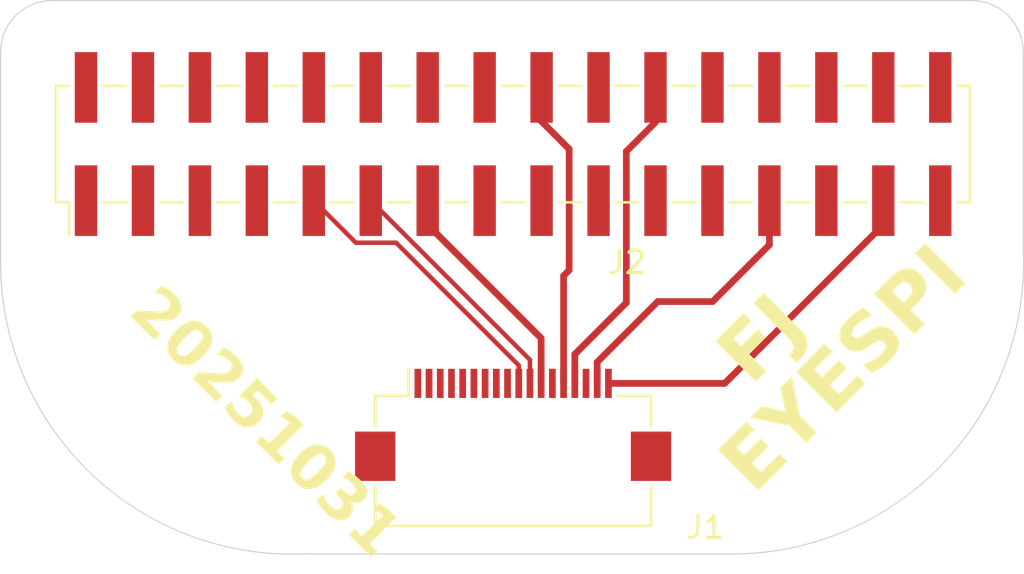
<source format=kicad_pcb>
(kicad_pcb (version 20241229) (generator "pcbnew") (generator_version "9.0")
  (layers (0 "F.Cu" signal) (2 "B.Cu" signal) (13 "F.Paste" user) (15 "B.Paste" user) (5 "F.SilkS" user "F.Silkscreen") (7 "B.SilkS" user "B.Silkscreen") (1 "F.Mask" user) (3 "B.Mask" user) (25 "Edge.Cuts" user))
  (net 0 "")
  (net 1 "/dc")
  (net 3 "/sck")
  (net 4 "/mosi")
  (net 5 "/rst")
  (net 9 "gnd")
  (net 11 "3v3")
  (net 12 "/lite")
  (net 17 "/tcs")
  (footprint "Connector_FFC-FPC:Hirose_FH12-18S-0.5SH_1x18-1MP_P0.50mm_Horizontal" (layer "F.Cu") (at 155.95 94.7)
    (property "Reference" "J1" (at 8.575 4.575 0) (layer "F.SilkS"))
    (property "Value" "Conn_01x18_Socket" (hide yes))
    (fp_line (start -6.15 -1.3) (end -6.15 0.04) (stroke (width 0.12)) (layer "F.SilkS"))
    (fp_line (start -6.15 2.76) (end -6.15 4.5) (stroke (width 0.12)) (layer "F.SilkS"))
    (fp_line (start -6.15 4.5) (end 6.15 4.5) (stroke (width 0.12)) (layer "F.SilkS"))
    (fp_line (start -4.66 -1.3) (end -6.15 -1.3) (stroke (width 0.12)) (layer "F.SilkS"))
    (fp_line (start -4.66 -1.3) (end -4.66 -2.5) (stroke (width 0.12)) (layer "F.SilkS"))
    (fp_line (start 4.66 -1.3) (end 6.15 -1.3) (stroke (width 0.12)) (layer "F.SilkS"))
    (fp_line (start 6.15 -1.3) (end 6.15 0.04) (stroke (width 0.12)) (layer "F.SilkS"))
    (fp_line (start 6.15 4.5) (end 6.15 2.76) (stroke (width 0.12)) (layer "F.SilkS"))
    (pad "1" smd rect (at -4.25 -1.85) (size 0.3 1.3) (layers "F.Cu" "F.Mask" "F.Paste"))
    (pad "2" smd rect (at -3.75 -1.85) (size 0.3 1.3) (layers "F.Cu" "F.Mask" "F.Paste"))
    (pad "3" smd rect (at -3.25 -1.85) (size 0.3 1.3) (layers "F.Cu" "F.Mask" "F.Paste"))
    (pad "4" smd rect (at -2.75 -1.85) (size 0.3 1.3) (layers "F.Cu" "F.Mask" "F.Paste"))
    (pad "5" smd rect (at -2.25 -1.85) (size 0.3 1.3) (layers "F.Cu" "F.Mask" "F.Paste"))
    (pad "6" smd rect (at -1.75 -1.85) (size 0.3 1.3) (layers "F.Cu" "F.Mask" "F.Paste"))
    (pad "7" smd rect (at -1.25 -1.85) (size 0.3 1.3) (layers "F.Cu" "F.Mask" "F.Paste"))
    (pad "8" smd rect (at -0.75 -1.85) (size 0.3 1.3) (layers "F.Cu" "F.Mask" "F.Paste"))
    (pad "9" smd rect (at -0.25 -1.85) (size 0.3 1.3) (layers "F.Cu" "F.Mask" "F.Paste"))
    (pad "10" smd rect (at 0.25 -1.85) (size 0.3 1.3) (layers "F.Cu" "F.Mask" "F.Paste") (net 17 "/tcs"))
    (pad "11" smd rect (at 0.75 -1.85) (size 0.3 1.3) (layers "F.Cu" "F.Mask" "F.Paste") (net 5 "/rst"))
    (pad "12" smd rect (at 1.25 -1.85) (size 0.3 1.3) (layers "F.Cu" "F.Mask" "F.Paste") (net 1 "/dc"))
    (pad "13" smd rect (at 1.75 -1.85) (size 0.3 1.3) (layers "F.Cu" "F.Mask" "F.Paste"))
    (pad "14" smd rect (at 2.25 -1.85) (size 0.3 1.3) (layers "F.Cu" "F.Mask" "F.Paste") (net 4 "/mosi"))
    (pad "15" smd rect (at 2.75 -1.85) (size 0.3 1.3) (layers "F.Cu" "F.Mask" "F.Paste") (net 3 "/sck"))
    (pad "16" smd rect (at 3.25 -1.85) (size 0.3 1.3) (layers "F.Cu" "F.Mask" "F.Paste") (net 9 "gnd"))
    (pad "17" smd rect (at 3.75 -1.85) (size 0.3 1.3) (layers "F.Cu" "F.Mask" "F.Paste") (net 12 "/lite"))
    (pad "18" smd rect (at 4.25 -1.85) (size 0.3 1.3) (layers "F.Cu" "F.Mask" "F.Paste") (net 11 "3v3"))
    (pad "MP" smd rect (at -6.15 1.4) (size 1.8 2.2) (layers "F.Cu" "F.Mask" "F.Paste"))
    (pad "MP" smd rect (at 6.15 1.4) (size 1.8 2.2) (layers "F.Cu" "F.Mask" "F.Paste"))
  )
  (footprint "Connector_PinHeader_2.54mm:PinHeader_2x16_P2.54mm_Vertical_SMD" (layer "F.Cu") (at 155.95 82.175 90)
    (property "Reference" "J2" (at -5.275 5.075 0) (layer "F.SilkS"))
    (property "Value" "Conn_02x16_Odd_Even" (hide yes))
    (fp_line (start 2.6 -20.38) (end 2.6 -19.81) (stroke (width 0.12)) (layer "F.SilkS"))
    (fp_line (start -2.6 -20.38) (end 2.6 -20.38) (stroke (width 0.12)) (layer "F.SilkS"))
    (fp_line (start -2.6 -20.38) (end -2.6 -19.81) (stroke (width 0.12)) (layer "F.SilkS"))
    (fp_line (start -4.04 -19.81) (end -2.6 -19.81) (stroke (width 0.12)) (layer "F.SilkS"))
    (fp_line (start 2.6 -18.29) (end 2.6 -17.27) (stroke (width 0.12)) (layer "F.SilkS"))
    (fp_line (start -2.6 -18.29) (end -2.6 -17.27) (stroke (width 0.12)) (layer "F.SilkS"))
    (fp_line (start 2.6 -15.75) (end 2.6 -14.73) (stroke (width 0.12)) (layer "F.SilkS"))
    (fp_line (start -2.6 -15.75) (end -2.6 -14.73) (stroke (width 0.12)) (layer "F.SilkS"))
    (fp_line (start 2.6 -13.21) (end 2.6 -12.19) (stroke (width 0.12)) (layer "F.SilkS"))
    (fp_line (start -2.6 -13.21) (end -2.6 -12.19) (stroke (width 0.12)) (layer "F.SilkS"))
    (fp_line (start 2.6 -10.67) (end 2.6 -9.65) (stroke (width 0.12)) (layer "F.SilkS"))
    (fp_line (start -2.6 -10.67) (end -2.6 -9.65) (stroke (width 0.12)) (layer "F.SilkS"))
    (fp_line (start 2.6 -8.13) (end 2.6 -7.11) (stroke (width 0.12)) (layer "F.SilkS"))
    (fp_line (start -2.6 -8.13) (end -2.6 -7.11) (stroke (width 0.12)) (layer "F.SilkS"))
    (fp_line (start 2.6 -5.59) (end 2.6 -4.57) (stroke (width 0.12)) (layer "F.SilkS"))
    (fp_line (start -2.6 -5.59) (end -2.6 -4.57) (stroke (width 0.12)) (layer "F.SilkS"))
    (fp_line (start 2.6 -3.05) (end 2.6 -2.03) (stroke (width 0.12)) (layer "F.SilkS"))
    (fp_line (start -2.6 -3.05) (end -2.6 -2.03) (stroke (width 0.12)) (layer "F.SilkS"))
    (fp_line (start 2.6 -0.51) (end 2.6 0.51) (stroke (width 0.12)) (layer "F.SilkS"))
    (fp_line (start -2.6 -0.51) (end -2.6 0.51) (stroke (width 0.12)) (layer "F.SilkS"))
    (fp_line (start 2.6 2.03) (end 2.6 3.05) (stroke (width 0.12)) (layer "F.SilkS"))
    (fp_line (start -2.6 2.03) (end -2.6 3.05) (stroke (width 0.12)) (layer "F.SilkS"))
    (fp_line (start 2.6 4.57) (end 2.6 5.59) (stroke (width 0.12)) (layer "F.SilkS"))
    (fp_line (start -2.6 4.57) (end -2.6 5.59) (stroke (width 0.12)) (layer "F.SilkS"))
    (fp_line (start 2.6 7.11) (end 2.6 8.13) (stroke (width 0.12)) (layer "F.SilkS"))
    (fp_line (start -2.6 7.11) (end -2.6 8.13) (stroke (width 0.12)) (layer "F.SilkS"))
    (fp_line (start 2.6 9.65) (end 2.6 10.67) (stroke (width 0.12)) (layer "F.SilkS"))
    (fp_line (start -2.6 9.65) (end -2.6 10.67) (stroke (width 0.12)) (layer "F.SilkS"))
    (fp_line (start 2.6 12.19) (end 2.6 13.21) (stroke (width 0.12)) (layer "F.SilkS"))
    (fp_line (start -2.6 12.19) (end -2.6 13.21) (stroke (width 0.12)) (layer "F.SilkS"))
    (fp_line (start 2.6 14.73) (end 2.6 15.75) (stroke (width 0.12)) (layer "F.SilkS"))
    (fp_line (start -2.6 14.73) (end -2.6 15.75) (stroke (width 0.12)) (layer "F.SilkS"))
    (fp_line (start 2.6 17.27) (end 2.6 18.29) (stroke (width 0.12)) (layer "F.SilkS"))
    (fp_line (start -2.6 17.27) (end -2.6 18.29) (stroke (width 0.12)) (layer "F.SilkS"))
    (fp_line (start 2.6 19.81) (end 2.6 20.38) (stroke (width 0.12)) (layer "F.SilkS"))
    (fp_line (start -2.6 19.81) (end -2.6 20.38) (stroke (width 0.12)) (layer "F.SilkS"))
    (fp_line (start -2.6 20.38) (end 2.6 20.38) (stroke (width 0.12)) (layer "F.SilkS"))
    (pad "1" smd rect (at -2.525 -19.05 90) (size 3.15 1) (layers "F.Cu" "F.Mask" "F.Paste"))
    (pad "2" smd rect (at 2.525 -19.05 90) (size 3.15 1) (layers "F.Cu" "F.Mask" "F.Paste"))
    (pad "3" smd rect (at -2.525 -16.51 90) (size 3.15 1) (layers "F.Cu" "F.Mask" "F.Paste"))
    (pad "4" smd rect (at 2.525 -16.51 90) (size 3.15 1) (layers "F.Cu" "F.Mask" "F.Paste"))
    (pad "5" smd rect (at -2.525 -13.97 90) (size 3.15 1) (layers "F.Cu" "F.Mask" "F.Paste") (net 9 "gnd"))
    (pad "6" smd rect (at 2.525 -13.97 90) (size 3.15 1) (layers "F.Cu" "F.Mask" "F.Paste") (net 9 "gnd"))
    (pad "7" smd rect (at -2.525 -11.43 90) (size 3.15 1) (layers "F.Cu" "F.Mask" "F.Paste"))
    (pad "8" smd rect (at 2.525 -11.43 90) (size 3.15 1) (layers "F.Cu" "F.Mask" "F.Paste"))
    (pad "9" smd rect (at -2.525 -8.89 90) (size 3.15 1) (layers "F.Cu" "F.Mask" "F.Paste") (net 17 "/tcs"))
    (pad "10" smd rect (at 2.525 -8.89 90) (size 3.15 1) (layers "F.Cu" "F.Mask" "F.Paste"))
    (pad "11" smd rect (at -2.525 -6.35 90) (size 3.15 1) (layers "F.Cu" "F.Mask" "F.Paste") (net 5 "/rst"))
    (pad "12" smd rect (at 2.525 -6.35 90) (size 3.15 1) (layers "F.Cu" "F.Mask" "F.Paste"))
    (pad "13" smd rect (at -2.525 -3.81 90) (size 3.15 1) (layers "F.Cu" "F.Mask" "F.Paste") (net 1 "/dc"))
    (pad "14" smd rect (at 2.525 -3.81 90) (size 3.15 1) (layers "F.Cu" "F.Mask" "F.Paste"))
    (pad "15" smd rect (at -2.525 -1.27 90) (size 3.15 1) (layers "F.Cu" "F.Mask" "F.Paste"))
    (pad "16" smd rect (at 2.525 -1.27 90) (size 3.15 1) (layers "F.Cu" "F.Mask" "F.Paste"))
    (pad "17" smd rect (at -2.525 1.27 90) (size 3.15 1) (layers "F.Cu" "F.Mask" "F.Paste"))
    (pad "18" smd rect (at 2.525 1.27 90) (size 3.15 1) (layers "F.Cu" "F.Mask" "F.Paste") (net 4 "/mosi"))
    (pad "19" smd rect (at -2.525 3.81 90) (size 3.15 1) (layers "F.Cu" "F.Mask" "F.Paste"))
    (pad "20" smd rect (at 2.525 3.81 90) (size 3.15 1) (layers "F.Cu" "F.Mask" "F.Paste"))
    (pad "21" smd rect (at -2.525 6.35 90) (size 3.15 1) (layers "F.Cu" "F.Mask" "F.Paste"))
    (pad "22" smd rect (at 2.525 6.35 90) (size 3.15 1) (layers "F.Cu" "F.Mask" "F.Paste") (net 3 "/sck"))
    (pad "23" smd rect (at -2.525 8.89 90) (size 3.15 1) (layers "F.Cu" "F.Mask" "F.Paste"))
    (pad "24" smd rect (at 2.525 8.89 90) (size 3.15 1) (layers "F.Cu" "F.Mask" "F.Paste"))
    (pad "25" smd rect (at -2.525 11.43 90) (size 3.15 1) (layers "F.Cu" "F.Mask" "F.Paste") (net 12 "/lite"))
    (pad "26" smd rect (at 2.525 11.43 90) (size 3.15 1) (layers "F.Cu" "F.Mask" "F.Paste"))
    (pad "27" smd rect (at -2.525 13.97 90) (size 3.15 1) (layers "F.Cu" "F.Mask" "F.Paste") (net 9 "gnd"))
    (pad "28" smd rect (at 2.525 13.97 90) (size 3.15 1) (layers "F.Cu" "F.Mask" "F.Paste") (net 9 "gnd"))
    (pad "29" smd rect (at -2.525 16.51 90) (size 3.15 1) (layers "F.Cu" "F.Mask" "F.Paste") (net 11 "3v3"))
    (pad "30" smd rect (at 2.525 16.51 90) (size 3.15 1) (layers "F.Cu" "F.Mask" "F.Paste"))
    (pad "31" smd rect (at -2.525 19.05 90) (size 3.15 1) (layers "F.Cu" "F.Mask" "F.Paste"))
    (pad "32" smd rect (at 2.525 19.05 90) (size 3.15 1) (layers "F.Cu" "F.Mask" "F.Paste"))
  )
  (gr_arc (start 176.4 75.776346) (mid 178.026346 76.45) (end 178.7 78.076346) (stroke (width 0.05)) (layer "Edge.Cuts"))
  (gr_line (start 135.389895 75.776346) (end 176.4 75.776346) (stroke (width 0.05)) (layer "Edge.Cuts"))
  (gr_line (start 133.089895 87.469691) (end 133.089895 78.076346) (stroke (width 0.05)) (layer "Edge.Cuts"))
  (gr_arc (start 146.658605 100.454388) (mid 137.105527 96.855292) (end 133.089895 87.469691) (stroke (width 0.05)) (layer "Edge.Cuts"))
  (gr_line (start 165.704388 100.460114) (end 146.658585 100.454388) (stroke (width 0.05)) (layer "Edge.Cuts"))
  (gr_arc (start 133.089895 78.076346) (mid 133.763549 76.45) (end 135.389895 75.776346) (stroke (width 0.05)) (layer "Edge.Cuts"))
  (gr_arc (start 178.704388 86.891395) (mid 175.1 96.45) (end 165.704388 100.460114) (stroke (width 0.05)) (layer "Edge.Cuts"))
  (gr_line (start 178.704388 86.891395) (end 178.704388 78.07635) (stroke (width 0.05)) (layer "Edge.Cuts"))
  (gr_text "EYESPI" (at 166.975 98.15 45) (layer "F.SilkS") (effects (font (size 2.5 2.5) (thickness 0.3) (bold yes)) (justify left bottom)))
  (gr_text "20251031" (at 138.5 89.95 315) (layer "F.SilkS") (effects (font (size 2 2) (thickness 0.3) (bold yes)) (justify left bottom)))
  (gr_text "FJ" (at 166.85 93.3 45) (layer "F.SilkS") (effects (font (size 2.5 2.5) (thickness 0.3) (bold yes)) (justify left bottom)))
  (gr_text "EYESPI" (at 166.975 98.15 45) (layer "F.SilkS") (effects (font (size 2.5 2.5) (thickness 0.3) (bold yes)) (justify left bottom)))
  (gr_text "20251031" (at 138.5 89.95 315) (layer "F.SilkS") (effects (font (size 2 2) (thickness 0.3) (bold yes)) (justify left bottom)))
  (gr_text "FJ" (at 166.85 93.3 45) (layer "F.SilkS") (effects (font (size 2.5 2.5) (thickness 0.3) (bold yes)) (justify left bottom)))
  (segment (start 157.2 92.85) (end 157.2 90.835) (width 0.3) (layer "F.Cu") (net 1))
  (segment (start 152.14 85.775) (end 152.14 84.7) (width 0.3) (layer "F.Cu") (net 1))
  (segment (start 157.2 90.835) (end 152.14 85.775) (width 0.3) (layer "F.Cu") (net 1))
  (segment (start 158.7 92.85) (end 158.7 91.55) (width 0.3) (layer "F.Cu") (net 3))
  (segment (start 162.3 81.2) (end 162.3 79.65) (width 0.3) (layer "F.Cu") (net 3))
  (segment (start 161 82.5) (end 162.3 81.2) (width 0.3) (layer "F.Cu") (net 3))
  (segment (start 158.7 91.55) (end 161 89.25) (width 0.3) (layer "F.Cu") (net 3))
  (segment (start 161 89.25) (end 161 82.5) (width 0.3) (layer "F.Cu") (net 3))
  (segment (start 157.22 79.65) (end 157.22 81.17) (width 0.3) (layer "F.Cu") (net 4))
  (segment (start 158.45 82.4) (end 158.45 87.8) (width 0.3) (layer "F.Cu") (net 4))
  (segment (start 157.22 81.17) (end 158.45 82.4) (width 0.3) (layer "F.Cu") (net 4))
  (segment (start 158.45 87.8) (end 158.2 88.05) (width 0.3) (layer "F.Cu") (net 4))
  (segment (start 158.2 88.05) (end 158.2 92.85) (width 0.3) (layer "F.Cu") (net 4))
  (segment (start 156.7 91.8) (end 156.7 92.85) (width 0.2) (layer "F.Cu") (net 5))
  (segment (start 149.6 84.7) (end 156.7 91.8) (width 0.2) (layer "F.Cu") (net 5))
  (segment (start 172.46 85.775) (end 172.46 84.7) (width 0.3) (layer "F.Cu") (net 11))
  (segment (start 165.385 92.85) (end 172.46 85.775) (width 0.3) (layer "F.Cu") (net 11))
  (segment (start 160.2 92.85) (end 165.385 92.85) (width 0.3) (layer "F.Cu") (net 11))
  (segment (start 159.7 91.9) (end 162.4 89.2) (width 0.3) (layer "F.Cu") (net 12))
  (segment (start 164.85 89.2) (end 167.38 86.67) (width 0.3) (layer "F.Cu") (net 12))
  (segment (start 159.7 92.85) (end 159.7 91.9) (width 0.3) (layer "F.Cu") (net 12))
  (segment (start 162.4 89.2) (end 164.85 89.2) (width 0.3) (layer "F.Cu") (net 12))
  (segment (start 167.38 86.67) (end 167.38 84.7) (width 0.3) (layer "F.Cu") (net 12))
  (segment (start 150.73 86.576) (end 156.2 92.046) (width 0.2) (layer "F.Cu") (net 17))
  (segment (start 148.936 86.576) (end 150.73 86.576) (width 0.2) (layer "F.Cu") (net 17))
  (segment (start 156.2 92.046) (end 156.2 92.85) (width 0.2) (layer "F.Cu") (net 17))
  (segment (start 147.06 84.7) (end 148.936 86.576) (width 0.2) (layer "F.Cu") (net 17))
)
</source>
